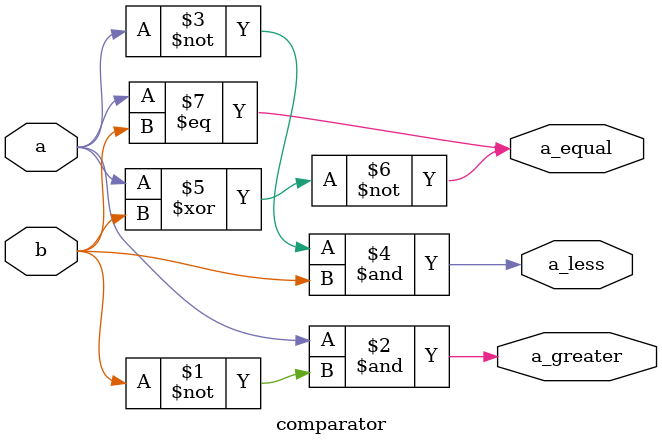
<source format=v>
`timescale 1ns / 1ps


module comparator(
input a,
input b,
output a_greater,
output a_less,
output a_equal);

assign a_greater = a&~b;
assign a_less = ~a&b;
assign a_equal = ~(a^b);
assign a_equal=(a==b);
endmodule

</source>
